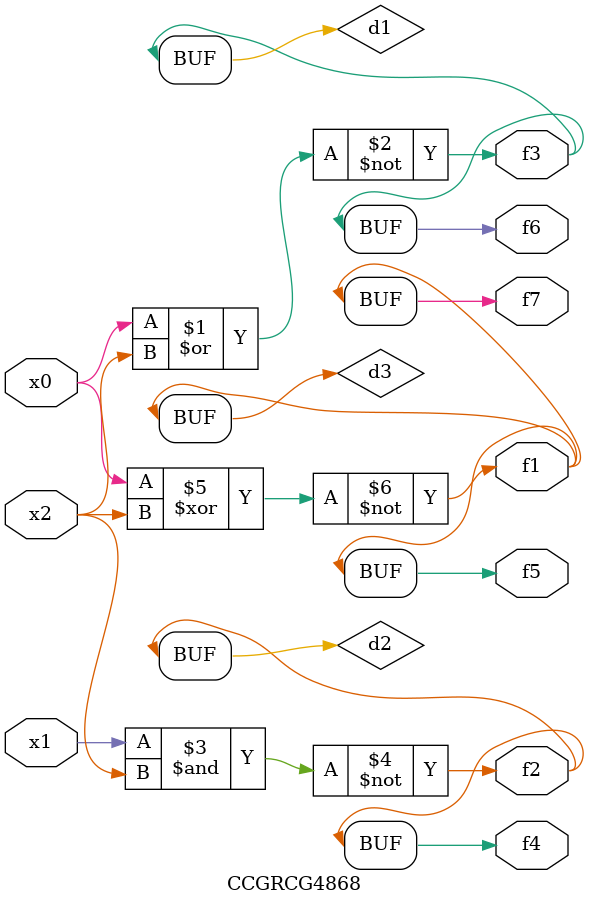
<source format=v>
module CCGRCG4868(
	input x0, x1, x2,
	output f1, f2, f3, f4, f5, f6, f7
);

	wire d1, d2, d3;

	nor (d1, x0, x2);
	nand (d2, x1, x2);
	xnor (d3, x0, x2);
	assign f1 = d3;
	assign f2 = d2;
	assign f3 = d1;
	assign f4 = d2;
	assign f5 = d3;
	assign f6 = d1;
	assign f7 = d3;
endmodule

</source>
